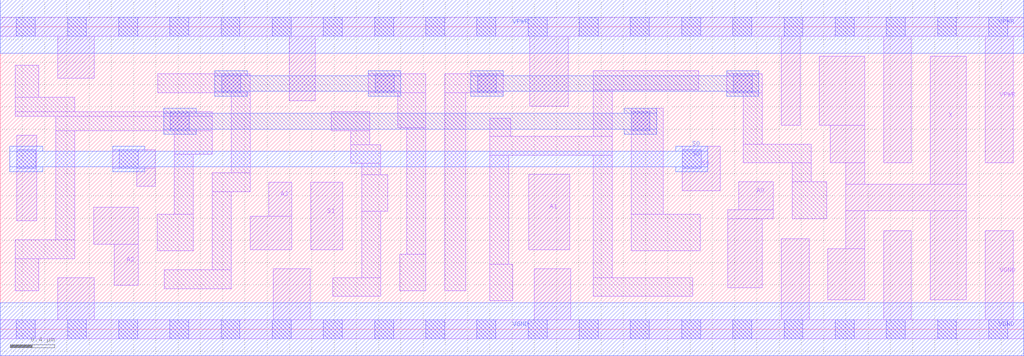
<source format=lef>
# Copyright 2020 The SkyWater PDK Authors
#
# Licensed under the Apache License, Version 2.0 (the "License");
# you may not use this file except in compliance with the License.
# You may obtain a copy of the License at
#
#     https://www.apache.org/licenses/LICENSE-2.0
#
# Unless required by applicable law or agreed to in writing, software
# distributed under the License is distributed on an "AS IS" BASIS,
# WITHOUT WARRANTIES OR CONDITIONS OF ANY KIND, either express or implied.
# See the License for the specific language governing permissions and
# limitations under the License.
#
# SPDX-License-Identifier: Apache-2.0

VERSION 5.7 ;
  NAMESCASESENSITIVE ON ;
  NOWIREEXTENSIONATPIN ON ;
  DIVIDERCHAR "/" ;
  BUSBITCHARS "[]" ;
UNITS
  DATABASE MICRONS 200 ;
END UNITS
MACRO sky130_fd_sc_hd__mux4_4
  CLASS CORE ;
  SOURCE USER ;
  FOREIGN sky130_fd_sc_hd__mux4_4 ;
  ORIGIN  0.000000  0.000000 ;
  SIZE  9.200000 BY  2.720000 ;
  SYMMETRY X Y R90 ;
  SITE unithd ;
  PIN A0
    ANTENNAGATEAREA  0.159000 ;
    DIRECTION INPUT ;
    USE SIGNAL ;
    PORT
      LAYER li1 ;
        RECT 6.540000 0.375000 6.850000 0.995000 ;
        RECT 6.540000 0.995000 6.950000 1.075000 ;
        RECT 6.640000 1.075000 6.950000 1.325000 ;
    END
  END A0
  PIN A1
    ANTENNAGATEAREA  0.159000 ;
    DIRECTION INPUT ;
    USE SIGNAL ;
    PORT
      LAYER li1 ;
        RECT 4.750000 0.715000 5.120000 1.395000 ;
    END
  END A1
  PIN A2
    ANTENNAGATEAREA  0.159000 ;
    DIRECTION INPUT ;
    USE SIGNAL ;
    PORT
      LAYER li1 ;
        RECT 0.840000 0.765000 1.240000 1.095000 ;
        RECT 1.025000 0.395000 1.240000 0.765000 ;
    END
  END A2
  PIN A3
    ANTENNAGATEAREA  0.159000 ;
    DIRECTION INPUT ;
    USE SIGNAL ;
    PORT
      LAYER li1 ;
        RECT 2.245000 0.715000 2.620000 1.015000 ;
        RECT 2.415000 1.015000 2.620000 1.320000 ;
    END
  END A3
  PIN S0
    ANTENNAGATEAREA  0.393000 ;
    DIRECTION INPUT ;
    USE SIGNAL ;
    PORT
      LAYER li1 ;
        RECT 0.150000 0.975000 0.330000 1.745000 ;
        RECT 1.010000 1.445000 1.395000 1.615000 ;
        RECT 1.225000 1.285000 1.395000 1.445000 ;
        RECT 6.130000 1.245000 6.470000 1.645000 ;
      LAYER mcon ;
        RECT 0.150000 1.445000 0.320000 1.615000 ;
        RECT 1.070000 1.445000 1.240000 1.615000 ;
        RECT 6.130000 1.445000 6.300000 1.615000 ;
      LAYER met1 ;
        RECT 0.085000 1.415000 0.380000 1.460000 ;
        RECT 0.085000 1.460000 6.360000 1.600000 ;
        RECT 0.085000 1.600000 0.380000 1.645000 ;
        RECT 1.010000 1.415000 1.300000 1.460000 ;
        RECT 1.010000 1.600000 1.300000 1.645000 ;
        RECT 6.070000 1.415000 6.360000 1.460000 ;
        RECT 6.070000 1.600000 6.360000 1.645000 ;
    END
  END S0
  PIN S1
    ANTENNAGATEAREA  0.303000 ;
    DIRECTION INPUT ;
    USE SIGNAL ;
    PORT
      LAYER li1 ;
        RECT 2.790000 0.715000 3.080000 1.320000 ;
    END
  END S1
  PIN X
    ANTENNADIFFAREA  0.891000 ;
    DIRECTION OUTPUT ;
    USE SIGNAL ;
    PORT
      LAYER li1 ;
        RECT 7.360000 1.835000 7.770000 2.455000 ;
        RECT 7.440000 0.265000 7.770000 0.725000 ;
        RECT 7.460000 1.495000 7.770000 1.835000 ;
        RECT 7.600000 0.725000 7.770000 1.065000 ;
        RECT 7.600000 1.065000 8.685000 1.305000 ;
        RECT 7.600000 1.305000 7.770000 1.495000 ;
        RECT 8.360000 0.265000 8.685000 1.065000 ;
        RECT 8.360000 1.305000 8.685000 2.455000 ;
    END
  END X
  PIN VGND
    DIRECTION INOUT ;
    SHAPE ABUTMENT ;
    USE GROUND ;
    PORT
      LAYER li1 ;
        RECT 0.000000 -0.085000 9.200000 0.085000 ;
        RECT 0.515000  0.085000 0.845000 0.465000 ;
        RECT 2.455000  0.085000 2.785000 0.545000 ;
        RECT 4.800000  0.085000 5.130000 0.545000 ;
        RECT 7.020000  0.085000 7.270000 0.815000 ;
        RECT 7.940000  0.085000 8.190000 0.885000 ;
        RECT 8.855000  0.085000 9.105000 0.885000 ;
      LAYER mcon ;
        RECT 0.145000 -0.085000 0.315000 0.085000 ;
        RECT 0.605000 -0.085000 0.775000 0.085000 ;
        RECT 1.065000 -0.085000 1.235000 0.085000 ;
        RECT 1.525000 -0.085000 1.695000 0.085000 ;
        RECT 1.985000 -0.085000 2.155000 0.085000 ;
        RECT 2.445000 -0.085000 2.615000 0.085000 ;
        RECT 2.905000 -0.085000 3.075000 0.085000 ;
        RECT 3.365000 -0.085000 3.535000 0.085000 ;
        RECT 3.825000 -0.085000 3.995000 0.085000 ;
        RECT 4.285000 -0.085000 4.455000 0.085000 ;
        RECT 4.745000 -0.085000 4.915000 0.085000 ;
        RECT 5.205000 -0.085000 5.375000 0.085000 ;
        RECT 5.665000 -0.085000 5.835000 0.085000 ;
        RECT 6.125000 -0.085000 6.295000 0.085000 ;
        RECT 6.585000 -0.085000 6.755000 0.085000 ;
        RECT 7.045000 -0.085000 7.215000 0.085000 ;
        RECT 7.505000 -0.085000 7.675000 0.085000 ;
        RECT 7.965000 -0.085000 8.135000 0.085000 ;
        RECT 8.425000 -0.085000 8.595000 0.085000 ;
        RECT 8.885000 -0.085000 9.055000 0.085000 ;
      LAYER met1 ;
        RECT 0.000000 -0.240000 9.200000 0.240000 ;
    END
  END VGND
  PIN VPWR
    DIRECTION INOUT ;
    SHAPE ABUTMENT ;
    USE POWER ;
    PORT
      LAYER li1 ;
        RECT 0.000000 2.635000 9.200000 2.805000 ;
        RECT 0.515000 2.255000 0.845000 2.635000 ;
        RECT 2.600000 2.055000 2.830000 2.635000 ;
        RECT 4.760000 2.005000 5.105000 2.635000 ;
        RECT 7.020000 1.835000 7.190000 2.635000 ;
        RECT 7.940000 1.495000 8.190000 2.635000 ;
        RECT 8.855000 1.495000 9.105000 2.635000 ;
      LAYER mcon ;
        RECT 0.145000 2.635000 0.315000 2.805000 ;
        RECT 0.605000 2.635000 0.775000 2.805000 ;
        RECT 1.065000 2.635000 1.235000 2.805000 ;
        RECT 1.525000 2.635000 1.695000 2.805000 ;
        RECT 1.985000 2.635000 2.155000 2.805000 ;
        RECT 2.445000 2.635000 2.615000 2.805000 ;
        RECT 2.905000 2.635000 3.075000 2.805000 ;
        RECT 3.365000 2.635000 3.535000 2.805000 ;
        RECT 3.825000 2.635000 3.995000 2.805000 ;
        RECT 4.285000 2.635000 4.455000 2.805000 ;
        RECT 4.745000 2.635000 4.915000 2.805000 ;
        RECT 5.205000 2.635000 5.375000 2.805000 ;
        RECT 5.665000 2.635000 5.835000 2.805000 ;
        RECT 6.125000 2.635000 6.295000 2.805000 ;
        RECT 6.585000 2.635000 6.755000 2.805000 ;
        RECT 7.045000 2.635000 7.215000 2.805000 ;
        RECT 7.505000 2.635000 7.675000 2.805000 ;
        RECT 7.965000 2.635000 8.135000 2.805000 ;
        RECT 8.425000 2.635000 8.595000 2.805000 ;
        RECT 8.885000 2.635000 9.055000 2.805000 ;
      LAYER met1 ;
        RECT 0.000000 2.480000 9.200000 2.960000 ;
    END
  END VPWR
  OBS
    LAYER li1 ;
      RECT 0.135000 0.345000 0.345000 0.635000 ;
      RECT 0.135000 0.635000 0.670000 0.805000 ;
      RECT 0.135000 1.915000 1.905000 1.955000 ;
      RECT 0.135000 1.955000 0.670000 2.085000 ;
      RECT 0.135000 2.085000 0.345000 2.375000 ;
      RECT 0.500000 0.805000 0.670000 1.785000 ;
      RECT 0.500000 1.785000 1.905000 1.915000 ;
      RECT 1.410000 0.705000 1.735000 1.035000 ;
      RECT 1.415000 2.125000 2.245000 2.295000 ;
      RECT 1.475000 0.365000 2.075000 0.535000 ;
      RECT 1.565000 1.035000 1.735000 1.575000 ;
      RECT 1.565000 1.575000 1.905000 1.785000 ;
      RECT 1.905000 0.535000 2.075000 1.235000 ;
      RECT 1.905000 1.235000 2.245000 1.405000 ;
      RECT 2.075000 1.405000 2.245000 2.125000 ;
      RECT 2.975000 1.785000 3.320000 1.955000 ;
      RECT 2.990000 0.295000 3.420000 0.465000 ;
      RECT 3.150000 1.490000 3.420000 1.660000 ;
      RECT 3.150000 1.660000 3.320000 1.785000 ;
      RECT 3.250000 0.465000 3.420000 1.060000 ;
      RECT 3.250000 1.060000 3.485000 1.390000 ;
      RECT 3.250000 1.390000 3.420000 1.490000 ;
      RECT 3.310000 2.125000 3.825000 2.295000 ;
      RECT 3.575000 1.810000 3.825000 2.125000 ;
      RECT 3.590000 0.345000 3.825000 0.675000 ;
      RECT 3.655000 0.675000 3.825000 1.810000 ;
      RECT 3.995000 0.345000 4.185000 2.125000 ;
      RECT 3.995000 2.125000 4.520000 2.295000 ;
      RECT 4.400000 0.255000 4.605000 0.585000 ;
      RECT 4.400000 0.585000 4.570000 1.565000 ;
      RECT 4.400000 1.565000 5.500000 1.735000 ;
      RECT 4.400000 1.735000 4.590000 1.895000 ;
      RECT 5.330000 0.295000 6.225000 0.465000 ;
      RECT 5.330000 0.465000 5.500000 1.565000 ;
      RECT 5.330000 1.735000 5.500000 2.155000 ;
      RECT 5.330000 2.155000 6.280000 2.325000 ;
      RECT 5.670000 0.705000 6.290000 1.035000 ;
      RECT 5.670000 1.035000 5.960000 1.985000 ;
      RECT 6.530000 2.125000 6.850000 2.295000 ;
      RECT 6.680000 1.495000 7.290000 1.665000 ;
      RECT 6.680000 1.665000 6.850000 2.125000 ;
      RECT 7.120000 0.995000 7.430000 1.325000 ;
      RECT 7.120000 1.325000 7.290000 1.495000 ;
    LAYER mcon ;
      RECT 1.530000 1.785000 1.700000 1.955000 ;
      RECT 1.990000 2.125000 2.160000 2.295000 ;
      RECT 3.370000 2.125000 3.540000 2.295000 ;
      RECT 4.290000 2.125000 4.460000 2.295000 ;
      RECT 5.670000 1.785000 5.840000 1.955000 ;
      RECT 6.590000 2.125000 6.760000 2.295000 ;
    LAYER met1 ;
      RECT 1.470000 1.755000 1.760000 1.800000 ;
      RECT 1.470000 1.800000 5.900000 1.940000 ;
      RECT 1.470000 1.940000 1.760000 1.985000 ;
      RECT 1.930000 2.095000 2.220000 2.140000 ;
      RECT 1.930000 2.140000 3.600000 2.280000 ;
      RECT 1.930000 2.280000 2.220000 2.325000 ;
      RECT 3.310000 2.095000 3.600000 2.140000 ;
      RECT 3.310000 2.280000 3.600000 2.325000 ;
      RECT 4.230000 2.095000 4.520000 2.140000 ;
      RECT 4.230000 2.140000 6.820000 2.280000 ;
      RECT 4.230000 2.280000 4.520000 2.325000 ;
      RECT 5.610000 1.755000 5.900000 1.800000 ;
      RECT 5.610000 1.940000 5.900000 1.985000 ;
      RECT 6.530000 2.095000 6.820000 2.140000 ;
      RECT 6.530000 2.280000 6.820000 2.325000 ;
  END
END sky130_fd_sc_hd__mux4_4

</source>
